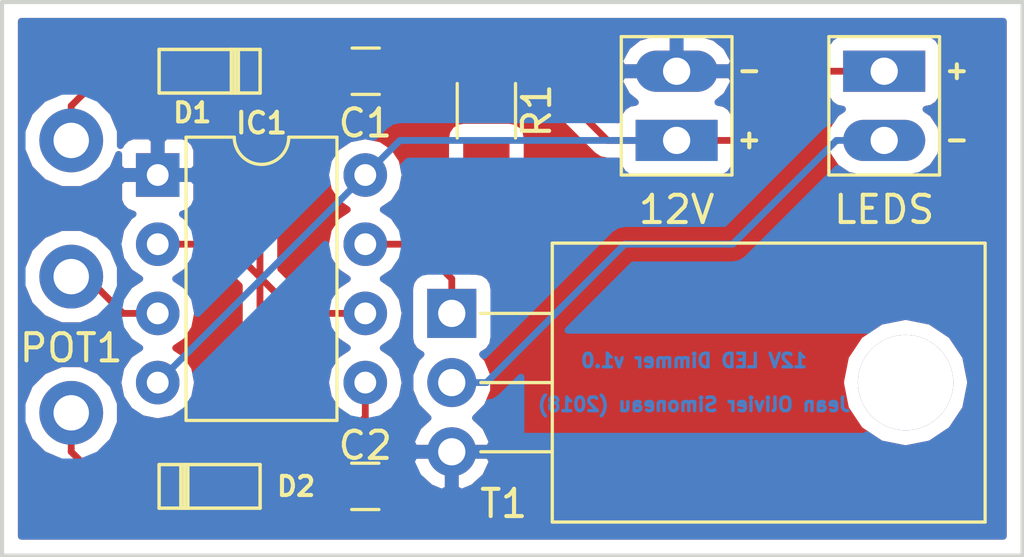
<source format=kicad_pcb>
(kicad_pcb (version 4) (host pcbnew 4.0.7+dfsg1-1ubuntu2)

  (general
    (links 19)
    (no_connects 0)
    (area 199.314999 109.779999 236.930001 130.250001)
    (thickness 1.6)
    (drawings 5)
    (tracks 41)
    (zones 0)
    (modules 10)
    (nets 10)
  )

  (page A4)
  (layers
    (0 F.Cu signal)
    (31 B.Cu signal)
    (32 B.Adhes user)
    (33 F.Adhes user)
    (34 B.Paste user)
    (35 F.Paste user)
    (36 B.SilkS user)
    (37 F.SilkS user)
    (38 B.Mask user)
    (39 F.Mask user)
    (40 Dwgs.User user)
    (41 Cmts.User user)
    (42 Eco1.User user)
    (43 Eco2.User user)
    (44 Edge.Cuts user)
    (45 Margin user)
    (46 B.CrtYd user)
    (47 F.CrtYd user)
    (48 B.Fab user)
    (49 F.Fab user)
  )

  (setup
    (last_trace_width 0.25)
    (trace_clearance 0.2)
    (zone_clearance 0.508)
    (zone_45_only no)
    (trace_min 0.2)
    (segment_width 0.2)
    (edge_width 0.15)
    (via_size 0.6)
    (via_drill 0.4)
    (via_min_size 0.4)
    (via_min_drill 0.3)
    (uvia_size 0.3)
    (uvia_drill 0.1)
    (uvias_allowed no)
    (uvia_min_size 0.2)
    (uvia_min_drill 0.1)
    (pcb_text_width 0.3)
    (pcb_text_size 1.5 1.5)
    (mod_edge_width 0.15)
    (mod_text_size 1 1)
    (mod_text_width 0.15)
    (pad_size 3.5 3.5)
    (pad_drill 3.5)
    (pad_to_mask_clearance 0.2)
    (aux_axis_origin 0 0)
    (visible_elements FFFFFF7F)
    (pcbplotparams
      (layerselection 0x00030_80000001)
      (usegerberextensions false)
      (excludeedgelayer true)
      (linewidth 0.100000)
      (plotframeref false)
      (viasonmask false)
      (mode 1)
      (useauxorigin false)
      (hpglpennumber 1)
      (hpglpenspeed 20)
      (hpglpendiameter 15)
      (hpglpenoverlay 2)
      (psnegative false)
      (psa4output false)
      (plotreference true)
      (plotvalue true)
      (plotinvisibletext false)
      (padsonsilk false)
      (subtractmaskfromsilk false)
      (outputformat 1)
      (mirror false)
      (drillshape 1)
      (scaleselection 1)
      (outputdirectory ""))
  )

  (net 0 "")
  (net 1 "Net-(C1-Pad1)")
  (net 2 GND)
  (net 3 "Net-(C2-Pad1)")
  (net 4 "Net-(CONN1-Pad1)")
  (net 5 "Net-(D1-Pad1)")
  (net 6 "Net-(D2-Pad2)")
  (net 7 "Net-(IC1-Pad3)")
  (net 8 "Net-(IC1-Pad7)")
  (net 9 "Net-(LS1-Pad1)")

  (net_class Default "This is the default net class."
    (clearance 0.2)
    (trace_width 0.25)
    (via_dia 0.6)
    (via_drill 0.4)
    (uvia_dia 0.3)
    (uvia_drill 0.1)
    (add_net GND)
    (add_net "Net-(C1-Pad1)")
    (add_net "Net-(C2-Pad1)")
    (add_net "Net-(CONN1-Pad1)")
    (add_net "Net-(D1-Pad1)")
    (add_net "Net-(D2-Pad2)")
    (add_net "Net-(IC1-Pad3)")
    (add_net "Net-(IC1-Pad7)")
    (add_net "Net-(LS1-Pad1)")
  )

  (module TO_SOT_Packages_THT:TO-220_Horizontal (layer F.Cu) (tedit 5BD381BF) (tstamp 5AEDF37A)
    (at 215.9 121.285 270)
    (descr "TO-220, Horizontal, RM 2.54mm")
    (tags "TO-220 Horizontal RM 2.54mm")
    (path /5AEDD58E)
    (fp_text reference T1 (at 6.985 -1.905 360) (layer F.SilkS)
      (effects (font (size 1 1) (thickness 0.15)))
    )
    (fp_text value IRF610 (at 6.985 1.905 360) (layer F.Fab) hide
      (effects (font (size 1 1) (thickness 0.15)))
    )
    (fp_circle (center 2.54 -16.66) (end 4.39 -16.66) (layer F.Fab) (width 0.1))
    (fp_line (start -2.46 -13.06) (end -2.46 -19.46) (layer F.Fab) (width 0.1))
    (fp_line (start -2.46 -19.46) (end 7.54 -19.46) (layer F.Fab) (width 0.1))
    (fp_line (start 7.54 -19.46) (end 7.54 -13.06) (layer F.Fab) (width 0.1))
    (fp_line (start 7.54 -13.06) (end -2.46 -13.06) (layer F.Fab) (width 0.1))
    (fp_line (start -2.46 -3.81) (end -2.46 -13.06) (layer F.Fab) (width 0.1))
    (fp_line (start -2.46 -13.06) (end 7.54 -13.06) (layer F.Fab) (width 0.1))
    (fp_line (start 7.54 -13.06) (end 7.54 -3.81) (layer F.Fab) (width 0.1))
    (fp_line (start 7.54 -3.81) (end -2.46 -3.81) (layer F.Fab) (width 0.1))
    (fp_line (start 0 -3.81) (end 0 0) (layer F.Fab) (width 0.1))
    (fp_line (start 2.54 -3.81) (end 2.54 0) (layer F.Fab) (width 0.1))
    (fp_line (start 5.08 -3.81) (end 5.08 0) (layer F.Fab) (width 0.1))
    (fp_line (start -2.58 -3.69) (end 7.66 -3.69) (layer F.SilkS) (width 0.12))
    (fp_line (start -2.58 -19.58) (end 7.66 -19.58) (layer F.SilkS) (width 0.12))
    (fp_line (start -2.58 -19.58) (end -2.58 -3.69) (layer F.SilkS) (width 0.12))
    (fp_line (start 7.66 -19.58) (end 7.66 -3.69) (layer F.SilkS) (width 0.12))
    (fp_line (start 0 -3.69) (end 0 -1.05) (layer F.SilkS) (width 0.12))
    (fp_line (start 2.54 -3.69) (end 2.54 -1.066) (layer F.SilkS) (width 0.12))
    (fp_line (start 5.08 -3.69) (end 5.08 -1.066) (layer F.SilkS) (width 0.12))
    (fp_line (start -2.71 -19.71) (end -2.71 1.15) (layer F.CrtYd) (width 0.05))
    (fp_line (start -2.71 1.15) (end 7.79 1.15) (layer F.CrtYd) (width 0.05))
    (fp_line (start 7.79 1.15) (end 7.79 -19.71) (layer F.CrtYd) (width 0.05))
    (fp_line (start 7.79 -19.71) (end -2.71 -19.71) (layer F.CrtYd) (width 0.05))
    (fp_text user %R (at 2.54 -20.58 270) (layer F.Fab) hide
      (effects (font (size 1 1) (thickness 0.15)))
    )
    (pad None thru_hole oval (at 2.54 -16.66 270) (size 3.5 3.5) (drill 3.5) (layers *.Cu *.Mask))
    (pad 1 thru_hole circle (at 2.54 0 270) (size 1.8 1.8) (drill 1) (layers *.Cu *.Mask)
      (net 9 "Net-(LS1-Pad1)"))
    (pad 2 thru_hole rect (at 0 0 270) (size 1.8 1.8) (drill 1) (layers *.Cu *.Mask)
      (net 8 "Net-(IC1-Pad7)"))
    (pad 3 thru_hole oval (at 5.08 0 270) (size 1.8 1.8) (drill 1) (layers *.Cu *.Mask)
      (net 2 GND))
    (model TO_SOT_Packages_THT.3dshapes/TO-220_Horizontal.wrl
      (at (xyz 0.1 0 0))
      (scale (xyz 0.393701 0.393701 0.393701))
      (rotate (xyz 0 0 0))
    )
  )

  (module Potentiometers:Potentiometer_Alps_RK163_Single_Vertical (layer F.Cu) (tedit 5AF9E836) (tstamp 5AEDF36C)
    (at 201.93 114.935 180)
    (descr "Potentiometer, vertically mounted, Omeg PC16PU, Omeg PC16PU, Omeg PC16PU, Vishay/Spectrol 248GJ/249GJ Single, Vishay/Spectrol 248GJ/249GJ Single, Vishay/Spectrol 248GJ/249GJ Single, Vishay/Spectrol 248GH/249GH Single, Vishay/Spectrol 148/149 Single, Vishay/Spectrol 148/149 Single, Vishay/Spectrol 148/149 Single, Vishay/Spectrol 148A/149A Single with mounting plates, Vishay/Spectrol 148/149 Double, Vishay/Spectrol 148A/149A Double with mounting plates, Piher PC-16 Single, Piher PC-16 Single, Piher PC-16 Single, Piher PC-16SV Single, Piher PC-16 Double, Piher PC-16 Triple, Piher T16H Single, Piher T16L Single, Piher T16H Double, Alps RK163 Single, http://www.alps.com/prod/info/E/PDF/Potentiometer/MetalShaft/RK163/RK163.PDF")
    (tags "Potentiometer vertical  Omeg PC16PU  Omeg PC16PU  Omeg PC16PU  Vishay/Spectrol 248GJ/249GJ Single  Vishay/Spectrol 248GJ/249GJ Single  Vishay/Spectrol 248GJ/249GJ Single  Vishay/Spectrol 248GH/249GH Single  Vishay/Spectrol 148/149 Single  Vishay/Spectrol 148/149 Single  Vishay/Spectrol 148/149 Single  Vishay/Spectrol 148A/149A Single with mounting plates  Vishay/Spectrol 148/149 Double  Vishay/Spectrol 148A/149A Double with mounting plates  Piher PC-16 Single  Piher PC-16 Single  Piher PC-16 Single  Piher PC-16SV Single  Piher PC-16 Double  Piher PC-16 Triple  Piher T16H Single  Piher T16L Single  Piher T16H Double  Alps RK163 Single")
    (path /5AEDD428)
    (fp_text reference POT1 (at 0 -7.62 180) (layer F.SilkS)
      (effects (font (size 1 1) (thickness 0.15)))
    )
    (fp_text value 10K (at 0 5.2 180) (layer F.Fab) hide
      (effects (font (size 1 1) (thickness 0.15)))
    )
    (pad 3 thru_hole circle (at 0 -10 180) (size 2.34 2.34) (drill 1.3) (layers *.Cu *.Mask)
      (net 6 "Net-(D2-Pad2)"))
    (pad 2 thru_hole circle (at 0 -5 180) (size 2.34 2.34) (drill 1.3) (layers *.Cu *.Mask)
      (net 7 "Net-(IC1-Pad3)"))
    (pad 1 thru_hole circle (at 0 0 180) (size 2.34 2.34) (drill 1.3) (layers *.Cu *.Mask)
      (net 5 "Net-(D1-Pad1)"))
    (model Potentiometers.3dshapes/Potentiometer_Alps_RK163_Single_Vertical.wrl
      (at (xyz 0 0 0))
      (scale (xyz 1 1 1))
      (rotate (xyz 0 0 0))
    )
  )

  (module Connectors:PINHEAD1-2 (layer F.Cu) (tedit 5AF9E645) (tstamp 5AEDF347)
    (at 224.155 114.935 90)
    (path /5AEDF860)
    (fp_text reference 12V (at -2.54 0 180) (layer F.SilkS)
      (effects (font (size 1 1) (thickness 0.15)))
    )
    (fp_text value 12V (at 1.27 3.81 90) (layer F.Fab) hide
      (effects (font (size 1 1) (thickness 0.15)))
    )
    (fp_line (start 0 2.413) (end 0 2.921) (layer F.SilkS) (width 0.15))
    (fp_line (start 3.81 2.032) (end -1.27 2.032) (layer F.SilkS) (width 0.12))
    (fp_line (start -1.27 -2.032) (end 3.81 -2.032) (layer F.SilkS) (width 0.12))
    (fp_line (start -1.27 -2.032) (end -1.27 2.032) (layer F.SilkS) (width 0.12))
    (fp_line (start 3.81 -2.032) (end 3.81 2.032) (layer F.SilkS) (width 0.12))
    (fp_line (start -1.52 -3.42) (end 4.06 -3.42) (layer F.CrtYd) (width 0.05))
    (fp_line (start -1.52 -3.42) (end -1.52 3.42) (layer F.CrtYd) (width 0.05))
    (fp_line (start 4.06 3.42) (end 4.06 -3.42) (layer F.CrtYd) (width 0.05))
    (fp_line (start 4.06 3.42) (end -1.52 3.42) (layer F.CrtYd) (width 0.05))
    (fp_line (start 2.54 2.413) (end 2.54 2.921) (layer F.SilkS) (width 0.15))
    (fp_line (start -0.254 2.667) (end 0.254 2.667) (layer F.SilkS) (width 0.15))
    (pad 1 thru_hole rect (at 0 0 90) (size 1.51 3.01) (drill 1) (layers *.Cu *.Mask)
      (net 4 "Net-(CONN1-Pad1)"))
    (pad 2 thru_hole oval (at 2.54 0 90) (size 1.51 3.01) (drill 1) (layers *.Cu *.Mask)
      (net 2 GND))
  )

  (module Connectors:PINHEAD1-2 (layer F.Cu) (tedit 5AF9E6D3) (tstamp 5AEDF365)
    (at 231.775 114.935 90)
    (path /5AEDD612)
    (fp_text reference LEDS (at -2.54 0 180) (layer F.SilkS)
      (effects (font (size 1 1) (thickness 0.15)))
    )
    (fp_text value LED_Series (at 1.27 3.81 90) (layer F.Fab) hide
      (effects (font (size 1 1) (thickness 0.15)))
    )
    (fp_line (start 0 2.413) (end 0 2.921) (layer F.SilkS) (width 0.15))
    (fp_line (start 3.81 2.032) (end -1.27 2.032) (layer F.SilkS) (width 0.12))
    (fp_line (start -1.27 -2.032) (end 3.81 -2.032) (layer F.SilkS) (width 0.12))
    (fp_line (start -1.27 -2.032) (end -1.27 2.032) (layer F.SilkS) (width 0.12))
    (fp_line (start 3.81 -2.032) (end 3.81 2.032) (layer F.SilkS) (width 0.12))
    (fp_line (start -1.52 -3.42) (end 4.06 -3.42) (layer F.CrtYd) (width 0.05))
    (fp_line (start -1.52 -3.42) (end -1.52 3.42) (layer F.CrtYd) (width 0.05))
    (fp_line (start 4.06 3.42) (end 4.06 -3.42) (layer F.CrtYd) (width 0.05))
    (fp_line (start 4.06 3.42) (end -1.52 3.42) (layer F.CrtYd) (width 0.05))
    (fp_line (start 2.286 2.667) (end 2.794 2.667) (layer F.SilkS) (width 0.15))
    (fp_line (start 2.54 2.921) (end 2.54 2.413) (layer F.SilkS) (width 0.15))
    (pad 1 thru_hole oval (at 0 0 90) (size 1.51 3.01) (drill 1) (layers *.Cu *.Mask)
      (net 9 "Net-(LS1-Pad1)"))
    (pad 2 thru_hole rect (at 2.54 0 90) (size 1.51 3.01) (drill 1) (layers *.Cu *.Mask)
      (net 4 "Net-(CONN1-Pad1)"))
  )

  (module Diodes_SMD:sod80c (layer F.Cu) (tedit 5AEE4E1D) (tstamp 5AEDF34D)
    (at 207.01 112.395)
    (descr SOD80C)
    (path /5AEDDAF7)
    (fp_text reference D1 (at -0.635 1.524) (layer F.SilkS)
      (effects (font (size 0.70104 0.70104) (thickness 0.14986)))
    )
    (fp_text value D (at 0.0254 1.397) (layer F.SilkS) hide
      (effects (font (size 0.70104 0.70104) (thickness 0.14986)))
    )
    (fp_line (start 1.0541 -0.8001) (end 1.0541 0.8001) (layer F.SilkS) (width 0.127))
    (fp_line (start 0.9271 0.8001) (end 0.9271 -0.8001) (layer F.SilkS) (width 0.127))
    (fp_line (start 0.8001 -0.8001) (end 0.8001 0.8001) (layer F.SilkS) (width 0.127))
    (fp_line (start 1.8542 -0.8001) (end -1.8542 -0.8001) (layer F.SilkS) (width 0.127))
    (fp_line (start -1.8542 -0.8001) (end -1.8542 0.8001) (layer F.SilkS) (width 0.127))
    (fp_line (start -1.8542 0.8001) (end 1.8542 0.8001) (layer F.SilkS) (width 0.127))
    (fp_line (start 1.8542 0.8001) (end 1.8542 -0.8001) (layer F.SilkS) (width 0.127))
    (pad 1 smd rect (at -1.84912 0) (size 1.00076 1.99898) (layers F.Cu F.Paste F.Mask)
      (net 5 "Net-(D1-Pad1)"))
    (pad 2 smd rect (at 1.84912 0) (size 1.00076 1.99898) (layers F.Cu F.Paste F.Mask)
      (net 1 "Net-(C1-Pad1)"))
    (model walter/smd_diode/sod80c.wrl
      (at (xyz 0 0 0))
      (scale (xyz 1 1 1))
      (rotate (xyz 0 0 0))
    )
  )

  (module Diodes_SMD:sod80c (layer F.Cu) (tedit 5AEE45C9) (tstamp 5AEDF353)
    (at 207.01 127.635 180)
    (descr SOD80C)
    (path /5AEDDA46)
    (fp_text reference D2 (at -3.175 0 180) (layer F.SilkS)
      (effects (font (size 0.70104 0.70104) (thickness 0.14986)))
    )
    (fp_text value D (at 0.0254 1.397 180) (layer F.SilkS) hide
      (effects (font (size 0.70104 0.70104) (thickness 0.14986)))
    )
    (fp_line (start 1.0541 -0.8001) (end 1.0541 0.8001) (layer F.SilkS) (width 0.127))
    (fp_line (start 0.9271 0.8001) (end 0.9271 -0.8001) (layer F.SilkS) (width 0.127))
    (fp_line (start 0.8001 -0.8001) (end 0.8001 0.8001) (layer F.SilkS) (width 0.127))
    (fp_line (start 1.8542 -0.8001) (end -1.8542 -0.8001) (layer F.SilkS) (width 0.127))
    (fp_line (start -1.8542 -0.8001) (end -1.8542 0.8001) (layer F.SilkS) (width 0.127))
    (fp_line (start -1.8542 0.8001) (end 1.8542 0.8001) (layer F.SilkS) (width 0.127))
    (fp_line (start 1.8542 0.8001) (end 1.8542 -0.8001) (layer F.SilkS) (width 0.127))
    (pad 1 smd rect (at -1.84912 0 180) (size 1.00076 1.99898) (layers F.Cu F.Paste F.Mask)
      (net 1 "Net-(C1-Pad1)"))
    (pad 2 smd rect (at 1.84912 0 180) (size 1.00076 1.99898) (layers F.Cu F.Paste F.Mask)
      (net 6 "Net-(D2-Pad2)"))
    (model walter/smd_diode/sod80c.wrl
      (at (xyz 0 0 0))
      (scale (xyz 1 1 1))
      (rotate (xyz 0 0 0))
    )
  )

  (module Housings_DIP:DIP-8_W7.62mm (layer F.Cu) (tedit 5AEE4E96) (tstamp 5AEDF35F)
    (at 205.105 116.205)
    (descr "8-lead dip package, row spacing 7.62 mm (300 mils)")
    (tags "DIL DIP PDIP 2.54mm 7.62mm 300mil")
    (path /5AEDD3CD)
    (fp_text reference IC1 (at 3.81 -1.905) (layer F.SilkS)
      (effects (font (size 0.762 0.762) (thickness 0.15)))
    )
    (fp_text value NE555 (at 3.81 9.525) (layer F.Fab)
      (effects (font (size 0.889 0.889) (thickness 0.15)))
    )
    (fp_arc (start 3.81 -1.39) (end 2.81 -1.39) (angle -180) (layer F.SilkS) (width 0.12))
    (fp_line (start 1.635 -1.27) (end 6.985 -1.27) (layer F.Fab) (width 0.1))
    (fp_line (start 6.985 -1.27) (end 6.985 8.89) (layer F.Fab) (width 0.1))
    (fp_line (start 6.985 8.89) (end 0.635 8.89) (layer F.Fab) (width 0.1))
    (fp_line (start 0.635 8.89) (end 0.635 -0.27) (layer F.Fab) (width 0.1))
    (fp_line (start 0.635 -0.27) (end 1.635 -1.27) (layer F.Fab) (width 0.1))
    (fp_line (start 2.81 -1.39) (end 1.04 -1.39) (layer F.SilkS) (width 0.12))
    (fp_line (start 1.04 -1.39) (end 1.04 9.01) (layer F.SilkS) (width 0.12))
    (fp_line (start 1.04 9.01) (end 6.58 9.01) (layer F.SilkS) (width 0.12))
    (fp_line (start 6.58 9.01) (end 6.58 -1.39) (layer F.SilkS) (width 0.12))
    (fp_line (start 6.58 -1.39) (end 4.81 -1.39) (layer F.SilkS) (width 0.12))
    (fp_line (start -1.1 -1.6) (end -1.1 9.2) (layer F.CrtYd) (width 0.05))
    (fp_line (start -1.1 9.2) (end 8.7 9.2) (layer F.CrtYd) (width 0.05))
    (fp_line (start 8.7 9.2) (end 8.7 -1.6) (layer F.CrtYd) (width 0.05))
    (fp_line (start 8.7 -1.6) (end -1.1 -1.6) (layer F.CrtYd) (width 0.05))
    (pad 1 thru_hole rect (at 0 0) (size 1.6 1.6) (drill 0.8) (layers *.Cu *.Mask)
      (net 2 GND))
    (pad 5 thru_hole oval (at 7.62 7.62) (size 1.6 1.6) (drill 0.8) (layers *.Cu *.Mask)
      (net 3 "Net-(C2-Pad1)"))
    (pad 2 thru_hole oval (at 0 2.54) (size 1.6 1.6) (drill 0.8) (layers *.Cu *.Mask)
      (net 1 "Net-(C1-Pad1)"))
    (pad 6 thru_hole oval (at 7.62 5.08) (size 1.6 1.6) (drill 0.8) (layers *.Cu *.Mask)
      (net 1 "Net-(C1-Pad1)"))
    (pad 3 thru_hole oval (at 0 5.08) (size 1.6 1.6) (drill 0.8) (layers *.Cu *.Mask)
      (net 7 "Net-(IC1-Pad3)"))
    (pad 7 thru_hole oval (at 7.62 2.54) (size 1.6 1.6) (drill 0.8) (layers *.Cu *.Mask)
      (net 8 "Net-(IC1-Pad7)"))
    (pad 4 thru_hole oval (at 0 7.62) (size 1.6 1.6) (drill 0.8) (layers *.Cu *.Mask)
      (net 4 "Net-(CONN1-Pad1)"))
    (pad 8 thru_hole oval (at 7.62 0) (size 1.6 1.6) (drill 0.8) (layers *.Cu *.Mask)
      (net 4 "Net-(CONN1-Pad1)"))
    (model Housings_DIP.3dshapes/DIP-8_W7.62mm.wrl
      (at (xyz 0 0 0))
      (scale (xyz 1 1 1))
      (rotate (xyz 0 0 0))
    )
  )

  (module Capacitors_SMD:C_0805 (layer F.Cu) (tedit 58AA8463) (tstamp 5AEDF33B)
    (at 212.741 112.395)
    (descr "Capacitor SMD 0805, reflow soldering, AVX (see smccp.pdf)")
    (tags "capacitor 0805")
    (path /5AEDD5F1)
    (attr smd)
    (fp_text reference C1 (at -0.016 1.905) (layer F.SilkS)
      (effects (font (size 1 1) (thickness 0.15)))
    )
    (fp_text value 0.1µF (at 0 1.75) (layer F.Fab)
      (effects (font (size 1 1) (thickness 0.15)))
    )
    (fp_text user %R (at 0 -1.5) (layer F.Fab)
      (effects (font (size 1 1) (thickness 0.15)))
    )
    (fp_line (start -1 0.62) (end -1 -0.62) (layer F.Fab) (width 0.1))
    (fp_line (start 1 0.62) (end -1 0.62) (layer F.Fab) (width 0.1))
    (fp_line (start 1 -0.62) (end 1 0.62) (layer F.Fab) (width 0.1))
    (fp_line (start -1 -0.62) (end 1 -0.62) (layer F.Fab) (width 0.1))
    (fp_line (start 0.5 -0.85) (end -0.5 -0.85) (layer F.SilkS) (width 0.12))
    (fp_line (start -0.5 0.85) (end 0.5 0.85) (layer F.SilkS) (width 0.12))
    (fp_line (start -1.75 -0.88) (end 1.75 -0.88) (layer F.CrtYd) (width 0.05))
    (fp_line (start -1.75 -0.88) (end -1.75 0.87) (layer F.CrtYd) (width 0.05))
    (fp_line (start 1.75 0.87) (end 1.75 -0.88) (layer F.CrtYd) (width 0.05))
    (fp_line (start 1.75 0.87) (end -1.75 0.87) (layer F.CrtYd) (width 0.05))
    (pad 1 smd rect (at -1 0) (size 1 1.25) (layers F.Cu F.Paste F.Mask)
      (net 1 "Net-(C1-Pad1)"))
    (pad 2 smd rect (at 1 0) (size 1 1.25) (layers F.Cu F.Paste F.Mask)
      (net 2 GND))
    (model Capacitors_SMD.3dshapes/C_0805.wrl
      (at (xyz 0 0 0))
      (scale (xyz 1 1 1))
      (rotate (xyz 0 0 0))
    )
  )

  (module Capacitors_SMD:C_0805 (layer F.Cu) (tedit 58AA8463) (tstamp 5AEDF341)
    (at 212.725 127.635)
    (descr "Capacitor SMD 0805, reflow soldering, AVX (see smccp.pdf)")
    (tags "capacitor 0805")
    (path /5AEDF12B)
    (attr smd)
    (fp_text reference C2 (at 0 -1.5) (layer F.SilkS)
      (effects (font (size 1 1) (thickness 0.15)))
    )
    (fp_text value 10pF (at 0 1.75) (layer F.Fab)
      (effects (font (size 1 1) (thickness 0.15)))
    )
    (fp_text user %R (at 0 -1.5) (layer F.Fab)
      (effects (font (size 1 1) (thickness 0.15)))
    )
    (fp_line (start -1 0.62) (end -1 -0.62) (layer F.Fab) (width 0.1))
    (fp_line (start 1 0.62) (end -1 0.62) (layer F.Fab) (width 0.1))
    (fp_line (start 1 -0.62) (end 1 0.62) (layer F.Fab) (width 0.1))
    (fp_line (start -1 -0.62) (end 1 -0.62) (layer F.Fab) (width 0.1))
    (fp_line (start 0.5 -0.85) (end -0.5 -0.85) (layer F.SilkS) (width 0.12))
    (fp_line (start -0.5 0.85) (end 0.5 0.85) (layer F.SilkS) (width 0.12))
    (fp_line (start -1.75 -0.88) (end 1.75 -0.88) (layer F.CrtYd) (width 0.05))
    (fp_line (start -1.75 -0.88) (end -1.75 0.87) (layer F.CrtYd) (width 0.05))
    (fp_line (start 1.75 0.87) (end 1.75 -0.88) (layer F.CrtYd) (width 0.05))
    (fp_line (start 1.75 0.87) (end -1.75 0.87) (layer F.CrtYd) (width 0.05))
    (pad 1 smd rect (at -1 0) (size 1 1.25) (layers F.Cu F.Paste F.Mask)
      (net 3 "Net-(C2-Pad1)"))
    (pad 2 smd rect (at 1 0) (size 1 1.25) (layers F.Cu F.Paste F.Mask)
      (net 2 GND))
    (model Capacitors_SMD.3dshapes/C_0805.wrl
      (at (xyz 0 0 0))
      (scale (xyz 1 1 1))
      (rotate (xyz 0 0 0))
    )
  )

  (module Resistors_SMD:R_1206 (layer F.Cu) (tedit 58E0A804) (tstamp 5AEDF372)
    (at 217.17 113.845 270)
    (descr "Resistor SMD 1206, reflow soldering, Vishay (see dcrcw.pdf)")
    (tags "resistor 1206")
    (path /5AEDD49F)
    (attr smd)
    (fp_text reference R1 (at 0 -1.85 270) (layer F.SilkS)
      (effects (font (size 1 1) (thickness 0.15)))
    )
    (fp_text value 10K (at 0 1.95 270) (layer F.Fab)
      (effects (font (size 1 1) (thickness 0.15)))
    )
    (fp_text user %R (at 0 0 270) (layer F.Fab)
      (effects (font (size 0.7 0.7) (thickness 0.105)))
    )
    (fp_line (start -1.6 0.8) (end -1.6 -0.8) (layer F.Fab) (width 0.1))
    (fp_line (start 1.6 0.8) (end -1.6 0.8) (layer F.Fab) (width 0.1))
    (fp_line (start 1.6 -0.8) (end 1.6 0.8) (layer F.Fab) (width 0.1))
    (fp_line (start -1.6 -0.8) (end 1.6 -0.8) (layer F.Fab) (width 0.1))
    (fp_line (start 1 1.07) (end -1 1.07) (layer F.SilkS) (width 0.12))
    (fp_line (start -1 -1.07) (end 1 -1.07) (layer F.SilkS) (width 0.12))
    (fp_line (start -2.15 -1.11) (end 2.15 -1.11) (layer F.CrtYd) (width 0.05))
    (fp_line (start -2.15 -1.11) (end -2.15 1.1) (layer F.CrtYd) (width 0.05))
    (fp_line (start 2.15 1.1) (end 2.15 -1.11) (layer F.CrtYd) (width 0.05))
    (fp_line (start 2.15 1.1) (end -2.15 1.1) (layer F.CrtYd) (width 0.05))
    (pad 1 smd rect (at -1.45 0 270) (size 0.9 1.7) (layers F.Cu F.Paste F.Mask)
      (net 4 "Net-(CONN1-Pad1)"))
    (pad 2 smd rect (at 1.45 0 270) (size 0.9 1.7) (layers F.Cu F.Paste F.Mask)
      (net 8 "Net-(IC1-Pad7)"))
    (model ${KISYS3DMOD}/Resistors_SMD.3dshapes/R_1206.wrl
      (at (xyz 0 0 0))
      (scale (xyz 1 1 1))
      (rotate (xyz 0 0 0))
    )
  )

  (gr_text "12V LED Dimmer v1.0\n\nJean Olivier Simoneau (2018)\n" (at 224.79 123.825) (layer B.Cu)
    (effects (font (size 0.5 0.5) (thickness 0.125)) (justify mirror))
  )
  (gr_line (start 199.39 130.175) (end 199.39 109.855) (angle 90) (layer Edge.Cuts) (width 0.15))
  (gr_line (start 236.855 130.175) (end 199.39 130.175) (angle 90) (layer Edge.Cuts) (width 0.15))
  (gr_line (start 236.855 109.855) (end 236.855 130.175) (angle 90) (layer Edge.Cuts) (width 0.15))
  (gr_line (start 199.39 109.855) (end 236.855 109.855) (angle 90) (layer Edge.Cuts) (width 0.15))

  (segment (start 208.85912 120.015) (end 208.85912 127.635) (width 0.25) (layer F.Cu) (net 1))
  (segment (start 208.85912 113.64449) (end 208.85912 120.015) (width 0.25) (layer F.Cu) (net 1))
  (segment (start 208.85912 120.015) (end 208.915 120.015) (width 0.25) (layer F.Cu) (net 1))
  (segment (start 208.85912 112.395) (end 208.85912 113.64449) (width 0.25) (layer F.Cu) (net 1))
  (segment (start 208.85912 120.07088) (end 208.915 120.015) (width 0.25) (layer F.Cu) (net 1))
  (segment (start 207.645 118.745) (end 208.915 120.015) (width 0.25) (layer F.Cu) (net 1))
  (segment (start 208.915 120.015) (end 210.185 121.285) (width 0.25) (layer F.Cu) (net 1))
  (segment (start 208.85912 112.395) (end 211.741 112.395) (width 0.25) (layer F.Cu) (net 1))
  (segment (start 205.105 118.745) (end 207.645 118.745) (width 0.25) (layer F.Cu) (net 1))
  (segment (start 210.185 121.285) (end 212.725 121.285) (width 0.25) (layer F.Cu) (net 1) (tstamp 5AEE4A77))
  (segment (start 212.725 125.095) (end 211.725 126.095) (width 0.25) (layer F.Cu) (net 3))
  (segment (start 211.725 126.095) (end 211.725 127.635) (width 0.25) (layer F.Cu) (net 3))
  (segment (start 212.725 123.825) (end 212.725 125.095) (width 0.25) (layer F.Cu) (net 3))
  (segment (start 212.725 116.205) (end 213.995 114.935) (width 0.25) (layer B.Cu) (net 4))
  (segment (start 213.995 114.935) (end 224.155 114.935) (width 0.25) (layer B.Cu) (net 4))
  (segment (start 221.615 114.935) (end 219.075 112.395) (width 0.25) (layer F.Cu) (net 4))
  (segment (start 219.075 112.395) (end 217.17 112.395) (width 0.25) (layer F.Cu) (net 4))
  (segment (start 224.155 114.935) (end 221.615 114.935) (width 0.25) (layer F.Cu) (net 4))
  (segment (start 224.155 114.935) (end 226.695 114.935) (width 0.25) (layer F.Cu) (net 4))
  (segment (start 229.235 112.395) (end 231.775 112.395) (width 0.25) (layer F.Cu) (net 4) (tstamp 5AEE50D3))
  (segment (start 226.695 114.935) (end 229.235 112.395) (width 0.25) (layer F.Cu) (net 4) (tstamp 5AEE50D1))
  (segment (start 205.105 123.825) (end 212.725 116.205) (width 0.25) (layer B.Cu) (net 4))
  (segment (start 201.93 114.935) (end 201.93 113.665) (width 0.25) (layer F.Cu) (net 5))
  (segment (start 203.2 112.395) (end 205.16088 112.395) (width 0.25) (layer F.Cu) (net 5) (tstamp 5AEE4953))
  (segment (start 201.93 113.665) (end 203.2 112.395) (width 0.25) (layer F.Cu) (net 5) (tstamp 5AEE494B))
  (segment (start 201.93 124.935) (end 201.93 126.365) (width 0.25) (layer F.Cu) (net 6))
  (segment (start 203.2 127.635) (end 205.16088 127.635) (width 0.25) (layer F.Cu) (net 6) (tstamp 5AEE4905))
  (segment (start 201.93 126.365) (end 203.2 127.635) (width 0.25) (layer F.Cu) (net 6) (tstamp 5AEE48FE))
  (segment (start 201.93 119.935) (end 202.485 119.935) (width 0.25) (layer F.Cu) (net 7))
  (segment (start 202.485 119.935) (end 203.835 121.285) (width 0.25) (layer F.Cu) (net 7) (tstamp 5AEE49BF))
  (segment (start 203.835 121.285) (end 205.105 121.285) (width 0.25) (layer F.Cu) (net 7) (tstamp 5AEE49C3))
  (segment (start 214.63 118.745) (end 215.9 120.015) (width 0.25) (layer F.Cu) (net 8))
  (segment (start 215.9 120.015) (end 215.9 121.285) (width 0.25) (layer F.Cu) (net 8))
  (segment (start 214.63 118.745) (end 217.17 116.205) (width 0.25) (layer F.Cu) (net 8))
  (segment (start 217.17 116.205) (end 217.17 115.295) (width 0.25) (layer F.Cu) (net 8))
  (segment (start 212.725 118.745) (end 214.63 118.745) (width 0.25) (layer F.Cu) (net 8))
  (segment (start 222.25 118.745) (end 226.21 118.745) (width 0.25) (layer B.Cu) (net 9))
  (segment (start 226.21 118.745) (end 230.02 114.935) (width 0.25) (layer B.Cu) (net 9))
  (segment (start 230.02 114.935) (end 231.775 114.935) (width 0.25) (layer B.Cu) (net 9))
  (segment (start 217.17 123.825) (end 222.25 118.745) (width 0.25) (layer B.Cu) (net 9))
  (segment (start 215.9 123.825) (end 217.17 123.825) (width 0.25) (layer B.Cu) (net 9))

  (zone (net 2) (net_name GND) (layer F.Cu) (tstamp 5AEE4704) (hatch edge 0.508)
    (connect_pads (clearance 0.508))
    (min_thickness 0.254)
    (fill yes (arc_segments 16) (thermal_gap 0.508) (thermal_bridge_width 0.508))
    (polygon
      (pts
        (xy 236.855 130.175) (xy 199.39 130.175) (xy 199.39 109.855) (xy 236.855 109.855)
      )
    )
    (filled_polygon
      (pts
        (xy 236.145 129.465) (xy 200.1 129.465) (xy 200.1 125.292462) (xy 200.124687 125.292462) (xy 200.398903 125.956115)
        (xy 200.906215 126.464312) (xy 201.215282 126.592648) (xy 201.227852 126.655839) (xy 201.392599 126.902401) (xy 202.662599 128.172401)
        (xy 202.90916 128.337148) (xy 203.2 128.395) (xy 204.01306 128.395) (xy 204.01306 128.63449) (xy 204.057338 128.869807)
        (xy 204.19641 129.085931) (xy 204.40861 129.230921) (xy 204.6605 129.28193) (xy 205.66126 129.28193) (xy 205.896577 129.237652)
        (xy 206.112701 129.09858) (xy 206.257691 128.88638) (xy 206.3087 128.63449) (xy 206.3087 126.63551) (xy 206.264422 126.400193)
        (xy 206.12535 126.184069) (xy 205.91315 126.039079) (xy 205.66126 125.98807) (xy 204.6605 125.98807) (xy 204.425183 126.032348)
        (xy 204.209059 126.17142) (xy 204.064069 126.38362) (xy 204.01306 126.63551) (xy 204.01306 126.875) (xy 203.514802 126.875)
        (xy 203.028574 126.388772) (xy 203.459312 125.958785) (xy 203.734686 125.295612) (xy 203.735313 124.577538) (xy 203.461097 123.913885)
        (xy 202.953785 123.405688) (xy 202.290612 123.130314) (xy 201.572538 123.129687) (xy 200.908885 123.403903) (xy 200.400688 123.911215)
        (xy 200.125314 124.574388) (xy 200.124687 125.292462) (xy 200.1 125.292462) (xy 200.1 120.292462) (xy 200.124687 120.292462)
        (xy 200.398903 120.956115) (xy 200.906215 121.464312) (xy 201.569388 121.739686) (xy 202.287462 121.740313) (xy 202.944166 121.468968)
        (xy 203.297599 121.822401) (xy 203.54416 121.987148) (xy 203.835 122.045) (xy 203.892005 122.045) (xy 204.062189 122.299698)
        (xy 204.444275 122.555) (xy 204.062189 122.810302) (xy 203.75112 123.275849) (xy 203.641887 123.825) (xy 203.75112 124.374151)
        (xy 204.062189 124.839698) (xy 204.527736 125.150767) (xy 205.076887 125.26) (xy 205.133113 125.26) (xy 205.682264 125.150767)
        (xy 206.147811 124.839698) (xy 206.45888 124.374151) (xy 206.568113 123.825) (xy 206.45888 123.275849) (xy 206.147811 122.810302)
        (xy 205.765725 122.555) (xy 206.147811 122.299698) (xy 206.45888 121.834151) (xy 206.568113 121.285) (xy 206.45888 120.735849)
        (xy 206.147811 120.270302) (xy 205.765725 120.015) (xy 206.147811 119.759698) (xy 206.317995 119.505) (xy 207.330198 119.505)
        (xy 208.09912 120.273922) (xy 208.09912 126.047987) (xy 207.907299 126.17142) (xy 207.762309 126.38362) (xy 207.7113 126.63551)
        (xy 207.7113 128.63449) (xy 207.755578 128.869807) (xy 207.89465 129.085931) (xy 208.10685 129.230921) (xy 208.35874 129.28193)
        (xy 209.3595 129.28193) (xy 209.594817 129.237652) (xy 209.810941 129.09858) (xy 209.955931 128.88638) (xy 210.00694 128.63449)
        (xy 210.00694 126.63551) (xy 209.962662 126.400193) (xy 209.82359 126.184069) (xy 209.61912 126.044361) (xy 209.61912 121.793922)
        (xy 209.647599 121.822401) (xy 209.89416 121.987148) (xy 210.185 122.045) (xy 211.512005 122.045) (xy 211.682189 122.299698)
        (xy 212.064275 122.555) (xy 211.682189 122.810302) (xy 211.37112 123.275849) (xy 211.261887 123.825) (xy 211.37112 124.374151)
        (xy 211.682189 124.839698) (xy 211.816054 124.929144) (xy 211.187599 125.557599) (xy 211.022852 125.804161) (xy 210.965 126.095)
        (xy 210.965 126.422721) (xy 210.773559 126.54591) (xy 210.628569 126.75811) (xy 210.57756 127.01) (xy 210.57756 128.26)
        (xy 210.621838 128.495317) (xy 210.76091 128.711441) (xy 210.97311 128.856431) (xy 211.225 128.90744) (xy 212.225 128.90744)
        (xy 212.460317 128.863162) (xy 212.676441 128.72409) (xy 212.722969 128.655994) (xy 212.865302 128.798327) (xy 213.098691 128.895)
        (xy 213.43925 128.895) (xy 213.598 128.73625) (xy 213.598 127.762) (xy 213.852 127.762) (xy 213.852 128.73625)
        (xy 214.01075 128.895) (xy 214.351309 128.895) (xy 214.584698 128.798327) (xy 214.763327 128.619699) (xy 214.86 128.38631)
        (xy 214.86 127.92075) (xy 214.70125 127.762) (xy 213.852 127.762) (xy 213.598 127.762) (xy 213.578 127.762)
        (xy 213.578 127.508) (xy 213.598 127.508) (xy 213.598 126.53375) (xy 213.852 126.53375) (xy 213.852 127.508)
        (xy 214.70125 127.508) (xy 214.80534 127.40391) (xy 215.103583 127.67724) (xy 215.53526 127.856036) (xy 215.773 127.735378)
        (xy 215.773 126.492) (xy 216.027 126.492) (xy 216.027 127.735378) (xy 216.26474 127.856036) (xy 216.696417 127.67724)
        (xy 217.137966 127.272576) (xy 217.391046 126.729742) (xy 217.270997 126.492) (xy 216.027 126.492) (xy 215.773 126.492)
        (xy 214.605025 126.492) (xy 214.584698 126.471673) (xy 214.351309 126.375) (xy 214.01075 126.375) (xy 213.852 126.53375)
        (xy 213.598 126.53375) (xy 213.43925 126.375) (xy 213.098691 126.375) (xy 212.865302 126.471673) (xy 212.724064 126.61291)
        (xy 212.68909 126.558559) (xy 212.485 126.41911) (xy 212.485 126.409802) (xy 213.262401 125.632401) (xy 213.427148 125.385839)
        (xy 213.485 125.095) (xy 213.485 125.028667) (xy 213.767811 124.839698) (xy 214.07888 124.374151) (xy 214.188113 123.825)
        (xy 214.07888 123.275849) (xy 213.767811 122.810302) (xy 213.385725 122.555) (xy 213.767811 122.299698) (xy 214.07888 121.834151)
        (xy 214.188113 121.285) (xy 214.07888 120.735849) (xy 213.767811 120.270302) (xy 213.385725 120.015) (xy 213.767811 119.759698)
        (xy 213.937995 119.505) (xy 214.315198 119.505) (xy 214.659634 119.849436) (xy 214.548559 119.92091) (xy 214.403569 120.13311)
        (xy 214.35256 120.385) (xy 214.35256 122.185) (xy 214.396838 122.420317) (xy 214.53591 122.636441) (xy 214.74811 122.781431)
        (xy 214.768534 122.785567) (xy 214.599449 122.954357) (xy 214.365267 123.51833) (xy 214.364735 124.128991) (xy 214.597932 124.693371)
        (xy 215.026873 125.123062) (xy 214.662034 125.457424) (xy 214.408954 126.000258) (xy 214.529003 126.238) (xy 215.773 126.238)
        (xy 215.773 126.218) (xy 216.027 126.218) (xy 216.027 126.238) (xy 217.270997 126.238) (xy 217.391046 126.000258)
        (xy 217.137966 125.457424) (xy 216.77274 125.122707) (xy 217.200551 124.695643) (xy 217.434733 124.13167) (xy 217.43504 123.778275)
        (xy 230.175 123.778275) (xy 230.175 123.871725) (xy 230.356547 124.784425) (xy 230.87355 125.558175) (xy 231.6473 126.075178)
        (xy 232.56 126.256725) (xy 233.4727 126.075178) (xy 234.24645 125.558175) (xy 234.763453 124.784425) (xy 234.945 123.871725)
        (xy 234.945 123.778275) (xy 234.763453 122.865575) (xy 234.24645 122.091825) (xy 233.4727 121.574822) (xy 232.56 121.393275)
        (xy 231.6473 121.574822) (xy 230.87355 122.091825) (xy 230.356547 122.865575) (xy 230.175 123.778275) (xy 217.43504 123.778275)
        (xy 217.435265 123.521009) (xy 217.202068 122.956629) (xy 217.03412 122.788387) (xy 217.035317 122.788162) (xy 217.251441 122.64909)
        (xy 217.396431 122.43689) (xy 217.44744 122.185) (xy 217.44744 120.385) (xy 217.403162 120.149683) (xy 217.26409 119.933559)
        (xy 217.05189 119.788569) (xy 216.8 119.73756) (xy 216.604813 119.73756) (xy 216.602148 119.724161) (xy 216.602148 119.72416)
        (xy 216.437401 119.477599) (xy 215.704802 118.745) (xy 217.707401 116.742401) (xy 217.872148 116.49584) (xy 217.881746 116.447586)
        (xy 217.892716 116.39244) (xy 218.02 116.39244) (xy 218.255317 116.348162) (xy 218.471441 116.20909) (xy 218.616431 115.99689)
        (xy 218.66744 115.745) (xy 218.66744 114.845) (xy 218.623162 114.609683) (xy 218.48409 114.393559) (xy 218.27189 114.248569)
        (xy 218.02 114.19756) (xy 216.32 114.19756) (xy 216.084683 114.241838) (xy 215.868559 114.38091) (xy 215.723569 114.59311)
        (xy 215.67256 114.845) (xy 215.67256 115.745) (xy 215.716838 115.980317) (xy 215.85591 116.196441) (xy 216.003151 116.297047)
        (xy 214.315198 117.985) (xy 213.937995 117.985) (xy 213.767811 117.730302) (xy 213.385725 117.475) (xy 213.767811 117.219698)
        (xy 214.07888 116.754151) (xy 214.188113 116.205) (xy 214.07888 115.655849) (xy 213.767811 115.190302) (xy 213.302264 114.879233)
        (xy 212.753113 114.77) (xy 212.696887 114.77) (xy 212.147736 114.879233) (xy 211.682189 115.190302) (xy 211.37112 115.655849)
        (xy 211.261887 116.205) (xy 211.37112 116.754151) (xy 211.682189 117.219698) (xy 212.064275 117.475) (xy 211.682189 117.730302)
        (xy 211.37112 118.195849) (xy 211.261887 118.745) (xy 211.37112 119.294151) (xy 211.682189 119.759698) (xy 212.064275 120.015)
        (xy 211.682189 120.270302) (xy 211.512005 120.525) (xy 210.499802 120.525) (xy 209.61912 119.644318) (xy 209.61912 113.982013)
        (xy 209.810941 113.85858) (xy 209.955931 113.64638) (xy 210.00694 113.39449) (xy 210.00694 113.155) (xy 210.618962 113.155)
        (xy 210.637838 113.255317) (xy 210.77691 113.471441) (xy 210.98911 113.616431) (xy 211.241 113.66744) (xy 212.241 113.66744)
        (xy 212.476317 113.623162) (xy 212.692441 113.48409) (xy 212.738969 113.415994) (xy 212.881302 113.558327) (xy 213.114691 113.655)
        (xy 213.45525 113.655) (xy 213.614 113.49625) (xy 213.614 112.522) (xy 213.868 112.522) (xy 213.868 113.49625)
        (xy 214.02675 113.655) (xy 214.367309 113.655) (xy 214.600698 113.558327) (xy 214.779327 113.379699) (xy 214.876 113.14631)
        (xy 214.876 112.68075) (xy 214.71725 112.522) (xy 213.868 112.522) (xy 213.614 112.522) (xy 213.594 112.522)
        (xy 213.594 112.268) (xy 213.614 112.268) (xy 213.614 111.29375) (xy 213.868 111.29375) (xy 213.868 112.268)
        (xy 214.71725 112.268) (xy 214.876 112.10925) (xy 214.876 111.945) (xy 215.67256 111.945) (xy 215.67256 112.845)
        (xy 215.716838 113.080317) (xy 215.85591 113.296441) (xy 216.06811 113.441431) (xy 216.32 113.49244) (xy 218.02 113.49244)
        (xy 218.255317 113.448162) (xy 218.471441 113.30909) (xy 218.576726 113.155) (xy 218.760198 113.155) (xy 221.077599 115.472401)
        (xy 221.32416 115.637148) (xy 221.372414 115.646746) (xy 221.615 115.695) (xy 222.003501 115.695) (xy 222.046838 115.925317)
        (xy 222.18591 116.141441) (xy 222.39811 116.286431) (xy 222.65 116.33744) (xy 225.66 116.33744) (xy 225.895317 116.293162)
        (xy 226.111441 116.15409) (xy 226.256431 115.94189) (xy 226.306427 115.695) (xy 226.695 115.695) (xy 226.985839 115.637148)
        (xy 227.232401 115.472401) (xy 229.549802 113.155) (xy 229.623501 113.155) (xy 229.666838 113.385317) (xy 229.80591 113.601441)
        (xy 230.01811 113.746431) (xy 230.240603 113.791487) (xy 230.000197 113.952122) (xy 229.698882 114.40307) (xy 229.593075 114.935)
        (xy 229.698882 115.46693) (xy 230.000197 115.917878) (xy 230.451145 116.219193) (xy 230.983075 116.325) (xy 232.566925 116.325)
        (xy 233.098855 116.219193) (xy 233.549803 115.917878) (xy 233.851118 115.46693) (xy 233.956925 114.935) (xy 233.851118 114.40307)
        (xy 233.549803 113.952122) (xy 233.309889 113.791816) (xy 233.515317 113.753162) (xy 233.731441 113.61409) (xy 233.876431 113.40189)
        (xy 233.92744 113.15) (xy 233.92744 111.64) (xy 233.883162 111.404683) (xy 233.74409 111.188559) (xy 233.53189 111.043569)
        (xy 233.28 110.99256) (xy 230.27 110.99256) (xy 230.034683 111.036838) (xy 229.818559 111.17591) (xy 229.673569 111.38811)
        (xy 229.623573 111.635) (xy 229.235 111.635) (xy 228.992414 111.683254) (xy 228.94416 111.692852) (xy 228.697599 111.857599)
        (xy 226.380198 114.175) (xy 226.306499 114.175) (xy 226.263162 113.944683) (xy 226.12409 113.728559) (xy 225.91189 113.583569)
        (xy 225.672357 113.535062) (xy 225.977681 113.288076) (xy 226.237793 112.809597) (xy 226.252277 112.736971) (xy 226.129683 112.522)
        (xy 224.282 112.522) (xy 224.282 112.542) (xy 224.028 112.542) (xy 224.028 112.522) (xy 222.180317 112.522)
        (xy 222.057723 112.736971) (xy 222.072207 112.809597) (xy 222.332319 113.288076) (xy 222.637466 113.534919) (xy 222.414683 113.576838)
        (xy 222.198559 113.71591) (xy 222.053569 113.92811) (xy 222.003573 114.175) (xy 221.929802 114.175) (xy 219.807831 112.053029)
        (xy 222.057723 112.053029) (xy 222.180317 112.268) (xy 224.028 112.268) (xy 224.028 111.005) (xy 224.282 111.005)
        (xy 224.282 112.268) (xy 226.129683 112.268) (xy 226.252277 112.053029) (xy 226.237793 111.980403) (xy 225.977681 111.501924)
        (xy 225.554263 111.159408) (xy 225.032 111.005) (xy 224.282 111.005) (xy 224.028 111.005) (xy 223.278 111.005)
        (xy 222.755737 111.159408) (xy 222.332319 111.501924) (xy 222.072207 111.980403) (xy 222.057723 112.053029) (xy 219.807831 112.053029)
        (xy 219.612401 111.857599) (xy 219.365839 111.692852) (xy 219.075 111.635) (xy 218.575105 111.635) (xy 218.48409 111.493559)
        (xy 218.27189 111.348569) (xy 218.02 111.29756) (xy 216.32 111.29756) (xy 216.084683 111.341838) (xy 215.868559 111.48091)
        (xy 215.723569 111.69311) (xy 215.67256 111.945) (xy 214.876 111.945) (xy 214.876 111.64369) (xy 214.779327 111.410301)
        (xy 214.600698 111.231673) (xy 214.367309 111.135) (xy 214.02675 111.135) (xy 213.868 111.29375) (xy 213.614 111.29375)
        (xy 213.45525 111.135) (xy 213.114691 111.135) (xy 212.881302 111.231673) (xy 212.740064 111.37291) (xy 212.70509 111.318559)
        (xy 212.49289 111.173569) (xy 212.241 111.12256) (xy 211.241 111.12256) (xy 211.005683 111.166838) (xy 210.789559 111.30591)
        (xy 210.644569 111.51811) (xy 210.620898 111.635) (xy 210.00694 111.635) (xy 210.00694 111.39551) (xy 209.962662 111.160193)
        (xy 209.82359 110.944069) (xy 209.61139 110.799079) (xy 209.3595 110.74807) (xy 208.35874 110.74807) (xy 208.123423 110.792348)
        (xy 207.907299 110.93142) (xy 207.762309 111.14362) (xy 207.7113 111.39551) (xy 207.7113 113.39449) (xy 207.755578 113.629807)
        (xy 207.89465 113.845931) (xy 208.09912 113.985639) (xy 208.09912 118.151953) (xy 207.935839 118.042852) (xy 207.645 117.985)
        (xy 206.317995 117.985) (xy 206.147811 117.730302) (xy 206.012665 117.64) (xy 206.031309 117.64) (xy 206.264698 117.543327)
        (xy 206.443327 117.364699) (xy 206.54 117.13131) (xy 206.54 116.49075) (xy 206.38125 116.332) (xy 205.232 116.332)
        (xy 205.232 116.352) (xy 204.978 116.352) (xy 204.978 116.332) (xy 203.82875 116.332) (xy 203.67 116.49075)
        (xy 203.67 117.13131) (xy 203.766673 117.364699) (xy 203.945302 117.543327) (xy 204.178691 117.64) (xy 204.197335 117.64)
        (xy 204.062189 117.730302) (xy 203.75112 118.195849) (xy 203.641887 118.745) (xy 203.75112 119.294151) (xy 204.062189 119.759698)
        (xy 204.444275 120.015) (xy 204.062189 120.270302) (xy 203.995264 120.370462) (xy 203.734848 120.110046) (xy 203.735313 119.577538)
        (xy 203.461097 118.913885) (xy 202.953785 118.405688) (xy 202.290612 118.130314) (xy 201.572538 118.129687) (xy 200.908885 118.403903)
        (xy 200.400688 118.911215) (xy 200.125314 119.574388) (xy 200.124687 120.292462) (xy 200.1 120.292462) (xy 200.1 115.292462)
        (xy 200.124687 115.292462) (xy 200.398903 115.956115) (xy 200.906215 116.464312) (xy 201.569388 116.739686) (xy 202.287462 116.740313)
        (xy 202.951115 116.466097) (xy 203.459312 115.958785) (xy 203.67 115.451393) (xy 203.67 115.91925) (xy 203.82875 116.078)
        (xy 204.978 116.078) (xy 204.978 114.92875) (xy 205.232 114.92875) (xy 205.232 116.078) (xy 206.38125 116.078)
        (xy 206.54 115.91925) (xy 206.54 115.27869) (xy 206.443327 115.045301) (xy 206.264698 114.866673) (xy 206.031309 114.77)
        (xy 205.39075 114.77) (xy 205.232 114.92875) (xy 204.978 114.92875) (xy 204.81925 114.77) (xy 204.178691 114.77)
        (xy 203.945302 114.866673) (xy 203.766673 115.045301) (xy 203.734837 115.122159) (xy 203.735313 114.577538) (xy 203.461097 113.913885)
        (xy 203.108814 113.560988) (xy 203.514802 113.155) (xy 204.01306 113.155) (xy 204.01306 113.39449) (xy 204.057338 113.629807)
        (xy 204.19641 113.845931) (xy 204.40861 113.990921) (xy 204.6605 114.04193) (xy 205.66126 114.04193) (xy 205.896577 113.997652)
        (xy 206.112701 113.85858) (xy 206.257691 113.64638) (xy 206.3087 113.39449) (xy 206.3087 111.39551) (xy 206.264422 111.160193)
        (xy 206.12535 110.944069) (xy 205.91315 110.799079) (xy 205.66126 110.74807) (xy 204.6605 110.74807) (xy 204.425183 110.792348)
        (xy 204.209059 110.93142) (xy 204.064069 111.14362) (xy 204.01306 111.39551) (xy 204.01306 111.635) (xy 203.2 111.635)
        (xy 202.90916 111.692852) (xy 202.662599 111.857599) (xy 201.392599 113.127599) (xy 201.322047 113.233188) (xy 200.908885 113.403903)
        (xy 200.400688 113.911215) (xy 200.125314 114.574388) (xy 200.124687 115.292462) (xy 200.1 115.292462) (xy 200.1 110.565)
        (xy 236.145 110.565)
      )
    )
  )
  (zone (net 2) (net_name GND) (layer B.Cu) (tstamp 5AEE47D0) (hatch edge 0.508)
    (connect_pads (clearance 0.508))
    (min_thickness 0.254)
    (fill yes (arc_segments 16) (thermal_gap 0.508) (thermal_bridge_width 0.508))
    (polygon
      (pts
        (xy 236.855 130.175) (xy 199.39 130.175) (xy 199.39 109.855) (xy 236.855 109.855)
      )
    )
    (filled_polygon
      (pts
        (xy 236.145 129.465) (xy 200.1 129.465) (xy 200.1 125.292462) (xy 200.124687 125.292462) (xy 200.398903 125.956115)
        (xy 200.906215 126.464312) (xy 201.569388 126.739686) (xy 202.287462 126.740313) (xy 202.313045 126.729742) (xy 214.408954 126.729742)
        (xy 214.662034 127.272576) (xy 215.103583 127.67724) (xy 215.53526 127.856036) (xy 215.773 127.735378) (xy 215.773 126.492)
        (xy 216.027 126.492) (xy 216.027 127.735378) (xy 216.26474 127.856036) (xy 216.696417 127.67724) (xy 217.137966 127.272576)
        (xy 217.391046 126.729742) (xy 217.270997 126.492) (xy 216.027 126.492) (xy 215.773 126.492) (xy 214.529003 126.492)
        (xy 214.408954 126.729742) (xy 202.313045 126.729742) (xy 202.951115 126.466097) (xy 203.459312 125.958785) (xy 203.734686 125.295612)
        (xy 203.735313 124.577538) (xy 203.461097 123.913885) (xy 202.953785 123.405688) (xy 202.290612 123.130314) (xy 201.572538 123.129687)
        (xy 200.908885 123.403903) (xy 200.400688 123.911215) (xy 200.125314 124.574388) (xy 200.124687 125.292462) (xy 200.1 125.292462)
        (xy 200.1 120.292462) (xy 200.124687 120.292462) (xy 200.398903 120.956115) (xy 200.906215 121.464312) (xy 201.569388 121.739686)
        (xy 202.287462 121.740313) (xy 202.951115 121.466097) (xy 203.459312 120.958785) (xy 203.734686 120.295612) (xy 203.735313 119.577538)
        (xy 203.461097 118.913885) (xy 203.292507 118.745) (xy 203.641887 118.745) (xy 203.75112 119.294151) (xy 204.062189 119.759698)
        (xy 204.444275 120.015) (xy 204.062189 120.270302) (xy 203.75112 120.735849) (xy 203.641887 121.285) (xy 203.75112 121.834151)
        (xy 204.062189 122.299698) (xy 204.444275 122.555) (xy 204.062189 122.810302) (xy 203.75112 123.275849) (xy 203.641887 123.825)
        (xy 203.75112 124.374151) (xy 204.062189 124.839698) (xy 204.527736 125.150767) (xy 205.076887 125.26) (xy 205.133113 125.26)
        (xy 205.682264 125.150767) (xy 206.147811 124.839698) (xy 206.45888 124.374151) (xy 206.568113 123.825) (xy 206.503688 123.501114)
        (xy 211.262405 118.742397) (xy 211.261887 118.745) (xy 211.37112 119.294151) (xy 211.682189 119.759698) (xy 212.064275 120.015)
        (xy 211.682189 120.270302) (xy 211.37112 120.735849) (xy 211.261887 121.285) (xy 211.37112 121.834151) (xy 211.682189 122.299698)
        (xy 212.064275 122.555) (xy 211.682189 122.810302) (xy 211.37112 123.275849) (xy 211.261887 123.825) (xy 211.37112 124.374151)
        (xy 211.682189 124.839698) (xy 212.147736 125.150767) (xy 212.696887 125.26) (xy 212.753113 125.26) (xy 213.302264 125.150767)
        (xy 213.767811 124.839698) (xy 214.07888 124.374151) (xy 214.188113 123.825) (xy 214.07888 123.275849) (xy 213.767811 122.810302)
        (xy 213.385725 122.555) (xy 213.767811 122.299698) (xy 214.07888 121.834151) (xy 214.188113 121.285) (xy 214.07888 120.735849)
        (xy 213.84445 120.385) (xy 214.35256 120.385) (xy 214.35256 122.185) (xy 214.396838 122.420317) (xy 214.53591 122.636441)
        (xy 214.74811 122.781431) (xy 214.768534 122.785567) (xy 214.599449 122.954357) (xy 214.365267 123.51833) (xy 214.364735 124.128991)
        (xy 214.597932 124.693371) (xy 215.026873 125.123062) (xy 214.662034 125.457424) (xy 214.408954 126.000258) (xy 214.529003 126.238)
        (xy 215.773 126.238) (xy 215.773 126.218) (xy 216.027 126.218) (xy 216.027 126.238) (xy 217.270997 126.238)
        (xy 217.391046 126.000258) (xy 217.137966 125.457424) (xy 216.77274 125.122707) (xy 217.200551 124.695643) (xy 217.253381 124.568414)
        (xy 217.460839 124.527148) (xy 217.707401 124.362401) (xy 218.440717 123.629085) (xy 218.440717 125.7975) (xy 231.139283 125.7975)
        (xy 231.139283 125.735732) (xy 231.6473 126.075178) (xy 232.56 126.256725) (xy 233.4727 126.075178) (xy 234.24645 125.558175)
        (xy 234.763453 124.784425) (xy 234.945 123.871725) (xy 234.945 123.778275) (xy 234.763453 122.865575) (xy 234.24645 122.091825)
        (xy 233.4727 121.574822) (xy 232.56 121.393275) (xy 231.6473 121.574822) (xy 231.139283 121.914268) (xy 231.139283 121.9025)
        (xy 220.167302 121.9025) (xy 222.564802 119.505) (xy 226.21 119.505) (xy 226.500839 119.447148) (xy 226.747401 119.282401)
        (xy 230.067172 115.96263) (xy 230.451145 116.219193) (xy 230.983075 116.325) (xy 232.566925 116.325) (xy 233.098855 116.219193)
        (xy 233.549803 115.917878) (xy 233.851118 115.46693) (xy 233.956925 114.935) (xy 233.851118 114.40307) (xy 233.549803 113.952122)
        (xy 233.309889 113.791816) (xy 233.515317 113.753162) (xy 233.731441 113.61409) (xy 233.876431 113.40189) (xy 233.92744 113.15)
        (xy 233.92744 111.64) (xy 233.883162 111.404683) (xy 233.74409 111.188559) (xy 233.53189 111.043569) (xy 233.28 110.99256)
        (xy 230.27 110.99256) (xy 230.034683 111.036838) (xy 229.818559 111.17591) (xy 229.673569 111.38811) (xy 229.62256 111.64)
        (xy 229.62256 113.15) (xy 229.666838 113.385317) (xy 229.80591 113.601441) (xy 230.01811 113.746431) (xy 230.240603 113.791487)
        (xy 230.000197 113.952122) (xy 229.825411 114.213706) (xy 229.729161 114.232852) (xy 229.482599 114.397599) (xy 225.895198 117.985)
        (xy 222.25 117.985) (xy 221.959161 118.042852) (xy 221.712599 118.207599) (xy 217.082923 122.837275) (xy 217.03412 122.788387)
        (xy 217.035317 122.788162) (xy 217.251441 122.64909) (xy 217.396431 122.43689) (xy 217.44744 122.185) (xy 217.44744 120.385)
        (xy 217.403162 120.149683) (xy 217.26409 119.933559) (xy 217.05189 119.788569) (xy 216.8 119.73756) (xy 215 119.73756)
        (xy 214.764683 119.781838) (xy 214.548559 119.92091) (xy 214.403569 120.13311) (xy 214.35256 120.385) (xy 213.84445 120.385)
        (xy 213.767811 120.270302) (xy 213.385725 120.015) (xy 213.767811 119.759698) (xy 214.07888 119.294151) (xy 214.188113 118.745)
        (xy 214.07888 118.195849) (xy 213.767811 117.730302) (xy 213.385725 117.475) (xy 213.767811 117.219698) (xy 214.07888 116.754151)
        (xy 214.188113 116.205) (xy 214.123688 115.881114) (xy 214.309802 115.695) (xy 222.003501 115.695) (xy 222.046838 115.925317)
        (xy 222.18591 116.141441) (xy 222.39811 116.286431) (xy 222.65 116.33744) (xy 225.66 116.33744) (xy 225.895317 116.293162)
        (xy 226.111441 116.15409) (xy 226.256431 115.94189) (xy 226.30744 115.69) (xy 226.30744 114.18) (xy 226.263162 113.944683)
        (xy 226.12409 113.728559) (xy 225.91189 113.583569) (xy 225.672357 113.535062) (xy 225.977681 113.288076) (xy 226.237793 112.809597)
        (xy 226.252277 112.736971) (xy 226.129683 112.522) (xy 224.282 112.522) (xy 224.282 112.542) (xy 224.028 112.542)
        (xy 224.028 112.522) (xy 222.180317 112.522) (xy 222.057723 112.736971) (xy 222.072207 112.809597) (xy 222.332319 113.288076)
        (xy 222.637466 113.534919) (xy 222.414683 113.576838) (xy 222.198559 113.71591) (xy 222.053569 113.92811) (xy 222.003573 114.175)
        (xy 213.995 114.175) (xy 213.70416 114.232852) (xy 213.457599 114.397599) (xy 213.030102 114.825096) (xy 212.753113 114.77)
        (xy 212.696887 114.77) (xy 212.147736 114.879233) (xy 211.682189 115.190302) (xy 211.37112 115.655849) (xy 211.261887 116.205)
        (xy 211.326312 116.528886) (xy 206.567595 121.287603) (xy 206.568113 121.285) (xy 206.45888 120.735849) (xy 206.147811 120.270302)
        (xy 205.765725 120.015) (xy 206.147811 119.759698) (xy 206.45888 119.294151) (xy 206.568113 118.745) (xy 206.45888 118.195849)
        (xy 206.147811 117.730302) (xy 206.012665 117.64) (xy 206.031309 117.64) (xy 206.264698 117.543327) (xy 206.443327 117.364699)
        (xy 206.54 117.13131) (xy 206.54 116.49075) (xy 206.38125 116.332) (xy 205.232 116.332) (xy 205.232 116.352)
        (xy 204.978 116.352) (xy 204.978 116.332) (xy 203.82875 116.332) (xy 203.67 116.49075) (xy 203.67 117.13131)
        (xy 203.766673 117.364699) (xy 203.945302 117.543327) (xy 204.178691 117.64) (xy 204.197335 117.64) (xy 204.062189 117.730302)
        (xy 203.75112 118.195849) (xy 203.641887 118.745) (xy 203.292507 118.745) (xy 202.953785 118.405688) (xy 202.290612 118.130314)
        (xy 201.572538 118.129687) (xy 200.908885 118.403903) (xy 200.400688 118.911215) (xy 200.125314 119.574388) (xy 200.124687 120.292462)
        (xy 200.1 120.292462) (xy 200.1 115.292462) (xy 200.124687 115.292462) (xy 200.398903 115.956115) (xy 200.906215 116.464312)
        (xy 201.569388 116.739686) (xy 202.287462 116.740313) (xy 202.951115 116.466097) (xy 203.459312 115.958785) (xy 203.67 115.451393)
        (xy 203.67 115.91925) (xy 203.82875 116.078) (xy 204.978 116.078) (xy 204.978 114.92875) (xy 205.232 114.92875)
        (xy 205.232 116.078) (xy 206.38125 116.078) (xy 206.54 115.91925) (xy 206.54 115.27869) (xy 206.443327 115.045301)
        (xy 206.264698 114.866673) (xy 206.031309 114.77) (xy 205.39075 114.77) (xy 205.232 114.92875) (xy 204.978 114.92875)
        (xy 204.81925 114.77) (xy 204.178691 114.77) (xy 203.945302 114.866673) (xy 203.766673 115.045301) (xy 203.734837 115.122159)
        (xy 203.735313 114.577538) (xy 203.461097 113.913885) (xy 202.953785 113.405688) (xy 202.290612 113.130314) (xy 201.572538 113.129687)
        (xy 200.908885 113.403903) (xy 200.400688 113.911215) (xy 200.125314 114.574388) (xy 200.124687 115.292462) (xy 200.1 115.292462)
        (xy 200.1 112.053029) (xy 222.057723 112.053029) (xy 222.180317 112.268) (xy 224.028 112.268) (xy 224.028 111.005)
        (xy 224.282 111.005) (xy 224.282 112.268) (xy 226.129683 112.268) (xy 226.252277 112.053029) (xy 226.237793 111.980403)
        (xy 225.977681 111.501924) (xy 225.554263 111.159408) (xy 225.032 111.005) (xy 224.282 111.005) (xy 224.028 111.005)
        (xy 223.278 111.005) (xy 222.755737 111.159408) (xy 222.332319 111.501924) (xy 222.072207 111.980403) (xy 222.057723 112.053029)
        (xy 200.1 112.053029) (xy 200.1 110.565) (xy 236.145 110.565)
      )
    )
  )
)

</source>
